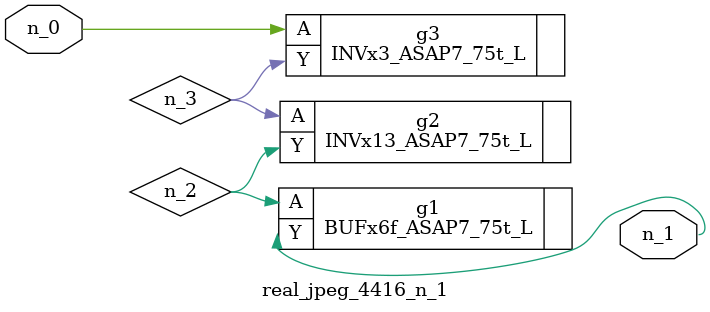
<source format=v>
module real_jpeg_4416_n_1 (n_0, n_1);

input n_0;

output n_1;

wire n_3;
wire n_2;

INVx3_ASAP7_75t_L g3 ( 
.A(n_0),
.Y(n_3)
);

BUFx6f_ASAP7_75t_L g1 ( 
.A(n_2),
.Y(n_1)
);

INVx13_ASAP7_75t_L g2 ( 
.A(n_3),
.Y(n_2)
);


endmodule
</source>
